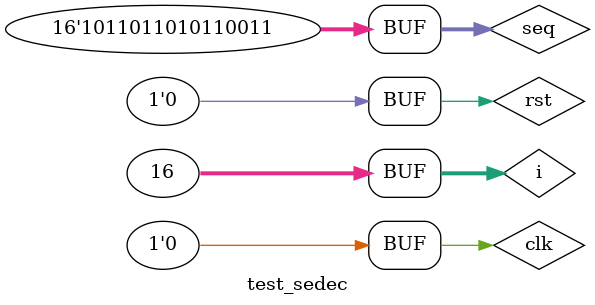
<source format=v>
module test_sedec;
	reg clk, rst, in;
	wire out;
	reg [15:0] seq;
	integer i;
	
	sedec s(clk, rst, in, out);
	
	initial begin
		clk = 0;
		rst = 1;
		seq = 16'b1011011010110011;
		#5 rst = 0;
		for (i=15; i>=0; i=i-1) begin
			in = seq[i];
			#2 clk  = 1;
			#2 clk = 0;
			$display("Given: State = ", s.state, " Input = ", in, ", Output = ",out);
		end
		testing;
	end
	
	task testing;
		for (i=0; i<16; i=i+1) begin
			in = $random %2;
			#2 clk = 1;
			#2 clk = 0;
			$display("Random: State = ", s.state, " Input = ", in, ", Output = ",out);
		end
	endtask
endmodule
</source>
